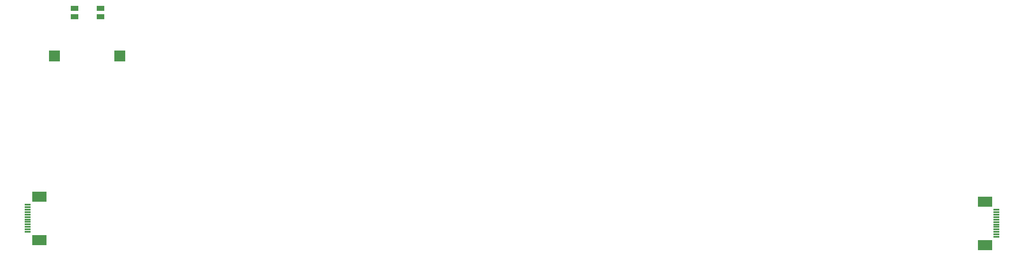
<source format=gbr>
%TF.GenerationSoftware,KiCad,Pcbnew,(5.1.10)-1*%
%TF.CreationDate,2021-09-02T14:39:37-06:00*%
%TF.ProjectId,MCUBottom,4d435542-6f74-4746-9f6d-2e6b69636164,rev?*%
%TF.SameCoordinates,Original*%
%TF.FileFunction,Paste,Top*%
%TF.FilePolarity,Positive*%
%FSLAX46Y46*%
G04 Gerber Fmt 4.6, Leading zero omitted, Abs format (unit mm)*
G04 Created by KiCad (PCBNEW (5.1.10)-1) date 2021-09-02 14:39:37*
%MOMM*%
%LPD*%
G01*
G04 APERTURE LIST*
%ADD10R,2.200000X2.200000*%
%ADD11R,1.550000X1.000000*%
%ADD12R,3.000000X2.000000*%
%ADD13R,1.300000X0.300000*%
G04 APERTURE END LIST*
D10*
%TO.C,LS1*%
X85340000Y-57150000D03*
X72140000Y-57150000D03*
%TD*%
D11*
%TO.C,SW1*%
X81450000Y-47511600D03*
X76200000Y-47511600D03*
X76200000Y-49211600D03*
X81450000Y-49211600D03*
%TD*%
D12*
%TO.C,J2*%
X69064000Y-85643000D03*
X69064000Y-94443000D03*
D13*
X66714000Y-92793000D03*
X66714000Y-92293000D03*
X66714000Y-91793000D03*
X66714000Y-91293000D03*
X66714000Y-90793000D03*
X66714000Y-90293000D03*
X66714000Y-89793000D03*
X66714000Y-89293000D03*
X66714000Y-88793000D03*
X66714000Y-88293000D03*
X66714000Y-87793000D03*
X66714000Y-87293000D03*
%TD*%
D12*
%TO.C,J1*%
X260247000Y-95459000D03*
X260247000Y-86659000D03*
D13*
X262597000Y-88309000D03*
X262597000Y-88809000D03*
X262597000Y-89309000D03*
X262597000Y-89809000D03*
X262597000Y-90309000D03*
X262597000Y-90809000D03*
X262597000Y-91309000D03*
X262597000Y-91809000D03*
X262597000Y-92309000D03*
X262597000Y-92809000D03*
X262597000Y-93309000D03*
X262597000Y-93809000D03*
%TD*%
M02*

</source>
